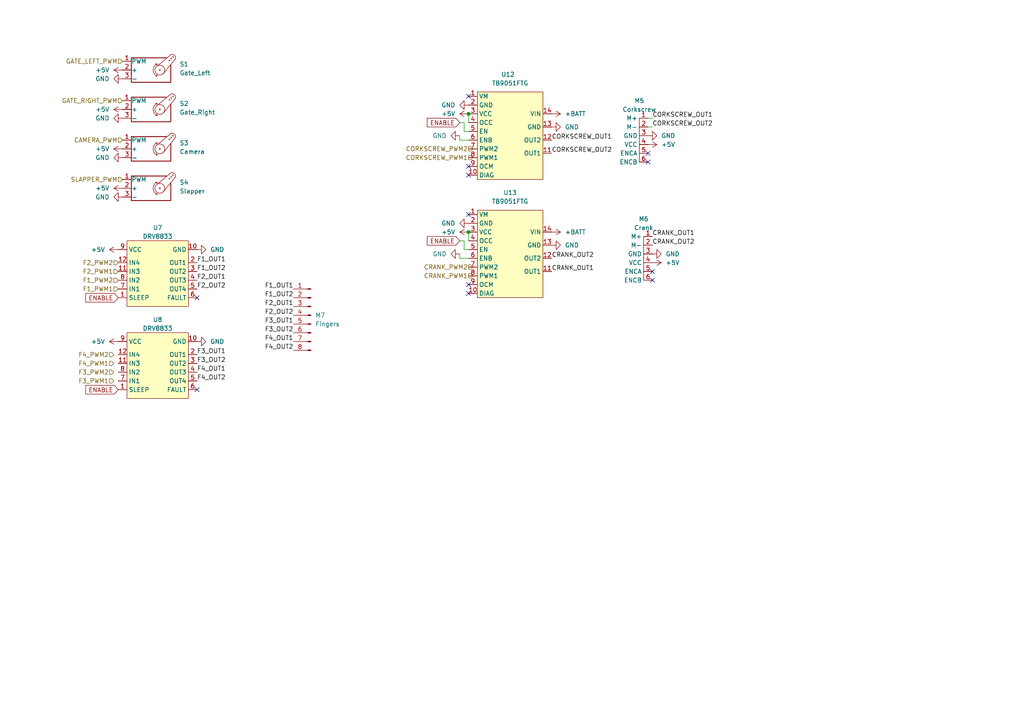
<source format=kicad_sch>
(kicad_sch (version 20250114) (generator "eeschema") (generator_version "9.0")
  (paper "A4")
  (lib_symbols
    (symbol "Connector:Conn_01x08_Pin" (pin_names (offset 1.016) (hide yes))
      (property "Reference" "J" (at 0 10.16 0))
      (property "Value" "Conn_01x08_Pin" (at 0 -12.7 0))
      (symbol "Conn_01x08_Pin_1_1"
        (rectangle (start 0.8636 7.747) (end 0 7.493) (stroke (width 0.1524)) (fill (type outline)))
        (rectangle (start 0.8636 5.207) (end 0 4.953) (stroke (width 0.1524)) (fill (type outline)))
        (rectangle (start 0.8636 2.667) (end 0 2.413) (stroke (width 0.1524)) (fill (type outline)))
        (rectangle (start 0.8636 0.127) (end 0 -0.127) (stroke (width 0.1524)) (fill (type outline)))
        (rectangle (start 0.8636 -2.413) (end 0 -2.667) (stroke (width 0.1524)) (fill (type outline)))
        (rectangle (start 0.8636 -4.953) (end 0 -5.207) (stroke (width 0.1524)) (fill (type outline)))
        (rectangle (start 0.8636 -7.493) (end 0 -7.747) (stroke (width 0.1524)) (fill (type outline)))
        (rectangle (start 0.8636 -10.033) (end 0 -10.287) (stroke (width 0.1524)) (fill (type outline)))
        (polyline (pts (xy 1.27 7.62) (xy 0.8636 7.62)) (stroke (width 0.1524)))
        (polyline (pts (xy 1.27 5.08) (xy 0.8636 5.08)) (stroke (width 0.1524)))
        (polyline (pts (xy 1.27 2.54) (xy 0.8636 2.54)) (stroke (width 0.1524)))
        (polyline (pts (xy 1.27 0) (xy 0.8636 0)) (stroke (width 0.1524)))
        (polyline (pts (xy 1.27 -2.54) (xy 0.8636 -2.54)) (stroke (width 0.1524)))
        (polyline (pts (xy 1.27 -5.08) (xy 0.8636 -5.08)) (stroke (width 0.1524)))
        (polyline (pts (xy 1.27 -7.62) (xy 0.8636 -7.62)) (stroke (width 0.1524)))
        (polyline (pts (xy 1.27 -10.16) (xy 0.8636 -10.16)) (stroke (width 0.1524)))
        (pin passive line (at 5.08 7.62 180) (length 3.81) (name "Pin_1") (number "1"))
        (pin passive line (at 5.08 5.08 180) (length 3.81) (name "Pin_2") (number "2"))
        (pin passive line (at 5.08 2.54 180) (length 3.81) (name "Pin_3") (number "3"))
        (pin passive line (at 5.08 0 180) (length 3.81) (name "Pin_4") (number "4"))
        (pin passive line (at 5.08 -2.54 180) (length 3.81) (name "Pin_5") (number "5"))
        (pin passive line (at 5.08 -5.08 180) (length 3.81) (name "Pin_6") (number "6"))
        (pin passive line (at 5.08 -7.62 180) (length 3.81) (name "Pin_7") (number "7"))
        (pin passive line (at 5.08 -10.16 180) (length 3.81) (name "Pin_8") (number "8"))
      )
    )
    (symbol "Motor:Motor_Servo" (pin_names (offset 0.0254))
      (property "Reference" "M" (at -5.08 4.445 0))
      (property "Value" "Motor_Servo" (at -5.08 -4.064 0))
      (symbol "Motor_Servo_0_1"
        (polyline (pts (xy 2.413 1.778) (xy 1.905 1.778)))
        (polyline (pts (xy 2.413 1.778) (xy 2.286 1.397)))
        (polyline (pts (xy 2.413 -1.778) (xy 2.032 -1.778)))
        (polyline (pts (xy 2.413 -1.778) (xy 2.286 -1.397)))
        (arc (start 2.413 -1.778) (mid 1.2406 0) (end 2.413 1.778))
        (circle (center 3.175 0) (radius 0.1778))
        (circle (center 3.175 0) (radius 1.4224))
        (polyline (pts (xy 5.08 3.556) (xy -5.08 3.556) (xy -5.08 -3.556) (xy 6.35 -3.556) (xy 6.35 1.524)) (stroke (width 0.254)))
        (circle (center 5.969 2.794) (radius 0.127))
        (polyline (pts (xy 6.35 4.445) (xy 2.54 1.27)))
        (circle (center 6.477 3.302) (radius 0.127))
        (arc (start 6.35 4.445) (mid 7.4487 4.2737) (end 7.62 3.175))
        (circle (center 6.985 3.81) (radius 0.127))
        (polyline (pts (xy 7.62 3.175) (xy 4.191 -1.016)))
      )
      (symbol "Motor_Servo_1_1"
        (pin passive line (at -7.62 2.54 0) (length 2.54) (name "PWM") (number "1"))
        (pin passive line (at -7.62 0 0) (length 2.54) (name "+") (number "2"))
        (pin passive line (at -7.62 -2.54 0) (length 2.54) (name "-") (number "3"))
      )
    )
    (symbol "ieee:DRV8833"
      (property "Reference" "U" (at 0 12.192 0))
      (property "Value" "DRV8833" (at 0 10.16 0))
      (symbol "DRV8833_1_1"
        (rectangle (start -8.89 8.89) (end 8.89 -10.16) (fill (type background)))
        (pin power_in line (at -11.43 6.35 0) (length 2.54) (name "VCC") (number "9"))
        (pin input line (at -11.43 2.54 0) (length 2.54) (name "IN4") (number "12"))
        (pin input line (at -11.43 0 0) (length 2.54) (name "IN3") (number "11"))
        (pin input line (at -11.43 -2.54 0) (length 2.54) (name "IN2") (number "8"))
        (pin input line (at -11.43 -5.08 0) (length 2.54) (name "IN1") (number "7"))
        (pin input line (at -11.43 -7.62 0) (length 2.54) (name "SLEEP") (number "1"))
        (pin power_in line (at 11.43 6.35 180) (length 2.54) (name "GND") (number "10"))
        (pin output line (at 11.43 2.54 180) (length 2.54) (name "OUT1") (number "2"))
        (pin output line (at 11.43 0 180) (length 2.54) (name "OUT2") (number "3"))
        (pin output line (at 11.43 -2.54 180) (length 2.54) (name "OUT3") (number "4"))
        (pin output line (at 11.43 -5.08 180) (length 2.54) (name "OUT4") (number "5"))
        (pin open_collector line (at 11.43 -7.62 180) (length 2.54) (name "FAULT") (number "6"))
      )
    )
    (symbol "ieee:Pololu_Gearmotor"
      (property "Reference" "J" (at 0 3.556 0))
      (symbol "Pololu_Gearmotor_0_1"
        (polyline (pts (xy -1.27 0) (xy -1.27 -12.7)))
      )
      (symbol "Pololu_Gearmotor_1_1"
        (pin power_in line (at 1.27 0 180) (length 2.54) (name "M+") (number "1"))
        (pin power_in line (at 1.27 -2.54 180) (length 2.54) (name "M-") (number "2"))
        (pin power_in line (at 1.27 -5.08 180) (length 2.54) (name "GND") (number "3"))
        (pin power_in line (at 1.27 -7.62 180) (length 2.54) (name "VCC") (number "4"))
        (pin output line (at 1.27 -10.16 180) (length 2.54) (name "ENCA") (number "5"))
        (pin output line (at 1.27 -12.7 180) (length 2.54) (name "ENCB") (number "6"))
      )
    )
    (symbol "ieee:TB9051FTG"
      (property "Reference" "U" (at 0 0 0))
      (property "Value" "TB9051FTG" (at 0 0 0))
      (symbol "TB9051FTG_1_1"
        (rectangle (start -8.89 -2.54) (end 10.16 -27.94) (fill (type background)))
        (pin power_out line (at -11.43 -3.81 0) (length 2.54) (name "VM") (number "1"))
        (pin power_in line (at -11.43 -6.35 0) (length 2.54) (name "GND") (number "2"))
        (pin power_in line (at -11.43 -8.89 0) (length 2.54) (name "VCC") (number "3"))
        (pin input line (at -11.43 -11.43 0) (length 2.54) (name "OCC") (number "4"))
        (pin input line (at -11.43 -13.97 0) (length 2.54) (name "EN") (number "5"))
        (pin input line (at -11.43 -16.51 0) (length 2.54) (name "ENB") (number "6"))
        (pin input line (at -11.43 -19.05 0) (length 2.54) (name "PWM2") (number "7"))
        (pin input line (at -11.43 -21.59 0) (length 2.54) (name "PWM1") (number "8"))
        (pin output line (at -11.43 -24.13 0) (length 2.54) (name "OCM") (number "9"))
        (pin open_collector line (at -11.43 -26.67 0) (length 2.54) (name "DIAG") (number "10"))
        (pin power_in line (at 12.7 -8.89 180) (length 2.54) (name "VIN") (number "14"))
        (pin power_in line (at 12.7 -12.7 180) (length 2.54) (name "GND") (number "13"))
        (pin power_out line (at 12.7 -16.51 180) (length 2.54) (name "OUT2") (number "12"))
        (pin power_out line (at 12.7 -20.32 180) (length 2.54) (name "OUT1") (number "11"))
      )
    )
    (symbol "power:+5V" (power) (pin_numbers (hide yes)) (pin_names (offset 0) (hide yes))
      (property "Value" "+5V" (at 0 3.556 0))
      (symbol "+5V_0_1"
        (polyline (pts (xy -0.762 1.27) (xy 0 2.54)))
        (polyline (pts (xy 0 2.54) (xy 0.762 1.27)))
        (polyline (pts (xy 0 0) (xy 0 2.54)))
      )
      (symbol "+5V_1_1"
        (pin power_in line (at 0 0 90) (length 0) (name "~") (number "1"))
      )
    )
    (symbol "power:+BATT" (power) (pin_numbers (hide yes)) (pin_names (offset 0) (hide yes))
      (property "Value" "+BATT" (at 0 3.556 0))
      (symbol "+BATT_0_1"
        (polyline (pts (xy -0.762 1.27) (xy 0 2.54)))
        (polyline (pts (xy 0 2.54) (xy 0.762 1.27)))
        (polyline (pts (xy 0 0) (xy 0 2.54)))
      )
      (symbol "+BATT_1_1"
        (pin power_in line (at 0 0 90) (length 0) (name "~") (number "1"))
      )
    )
    (symbol "power:GND" (power) (pin_numbers (hide yes)) (pin_names (offset 0) (hide yes))
      (property "Value" "GND" (at 0 -3.81 0))
      (symbol "GND_0_1"
        (polyline (pts (xy 0 0) (xy 0 -1.27) (xy 1.27 -1.27) (xy 0 -2.54) (xy -1.27 -1.27) (xy 0 -1.27)))
      )
      (symbol "GND_1_1"
        (pin power_in line (at 0 0 270) (length 0) (name "~") (number "1"))
      )
    )
  )
  (junction (at 135.89 33.02))
  (junction (at 135.89 67.31))
  (no_connect (at 187.96 46.99))
  (no_connect (at 135.89 48.26))
  (no_connect (at 135.89 82.55))
  (no_connect (at 57.15 86.36))
  (no_connect (at 135.89 50.8))
  (no_connect (at 189.23 81.28))
  (no_connect (at 135.89 27.94))
  (no_connect (at 189.23 78.74))
  (no_connect (at 135.89 85.09))
  (no_connect (at 57.15 113.03))
  (no_connect (at 135.89 62.23))
  (no_connect (at 187.96 44.45))
  (wire (pts (xy 133.35 73.66) (xy 133.35 74.93)))
  (wire (pts (xy 133.35 40.64) (xy 135.89 40.64)))
  (wire (pts (xy 189.23 36.83) (xy 187.96 36.83)))
  (wire (pts (xy 134.62 69.85) (xy 134.62 72.39)))
  (wire (pts (xy 135.89 33.02) (xy 135.89 35.56)))
  (wire (pts (xy 134.62 38.1) (xy 135.89 38.1)))
  (wire (pts (xy 133.35 69.85) (xy 134.62 69.85)))
  (wire (pts (xy 134.62 35.56) (xy 134.62 38.1)))
  (wire (pts (xy 133.35 74.93) (xy 135.89 74.93)))
  (wire (pts (xy 133.35 35.56) (xy 134.62 35.56)))
  (wire (pts (xy 133.35 39.37) (xy 133.35 40.64)))
  (wire (pts (xy 134.62 72.39) (xy 135.89 72.39)))
  (wire (pts (xy 135.89 67.31) (xy 135.89 69.85)))
  (wire (pts (xy 189.23 34.29) (xy 187.96 34.29)))
  (label "CRANK_OUT1" (at 160.02 78.74 0))
  (label "F4_OUT1" (at 85.09 99.06 180))
  (label "F4_OUT2" (at 57.15 110.49 0))
  (label "CRANK_OUT2" (at 189.23 71.12 0))
  (label "F3_OUT1" (at 85.09 93.98 180))
  (label "F1_OUT2" (at 57.15 78.74 0))
  (label "F2_OUT1" (at 57.15 81.28 0))
  (label "F4_OUT2" (at 85.09 101.6 180))
  (label "F2_OUT1" (at 85.09 88.9 180))
  (label "F2_OUT2" (at 85.09 91.44 180))
  (label "CORKSCREW_OUT1" (at 189.23 34.29 0))
  (label "F2_OUT2" (at 57.15 83.82 0))
  (label "F1_OUT1" (at 57.15 76.2 0))
  (label "CORKSCREW_OUT2" (at 189.23 36.83 0))
  (label "CRANK_OUT1" (at 189.23 68.58 0))
  (label "F3_OUT1" (at 57.15 102.87 0))
  (label "F3_OUT2" (at 57.15 105.41 0))
  (label "CORKSCREW_OUT2" (at 160.02 44.45 0))
  (label "F1_OUT2" (at 85.09 86.36 180))
  (label "CRANK_OUT2" (at 160.02 74.93 0))
  (label "F3_OUT2" (at 85.09 96.52 180))
  (label "F4_OUT1" (at 57.15 107.95 0))
  (label "CORKSCREW_OUT1" (at 160.02 40.64 0))
  (label "F1_OUT1" (at 85.09 83.82 180))
  (global_label "ENABLE" (shape input) (at 34.29 86.36 180) (property "Intersheetrefs" "${INTERSHEET_REFS}" (effects (hide yes))))
  (global_label "ENABLE" (shape input) (at 133.35 69.85 180) (property "Intersheetrefs" "${INTERSHEET_REFS}" (effects (hide yes))))
  (global_label "ENABLE" (shape input) (at 34.29 113.03 180) (property "Intersheetrefs" "${INTERSHEET_REFS}" (effects (hide yes))))
  (global_label "ENABLE" (shape input) (at 133.35 35.56 180) (property "Intersheetrefs" "${INTERSHEET_REFS}" (effects (hide yes))))
  (hierarchical_label "F1_PWM2" (shape input) (at 34.29 81.28 180))
  (hierarchical_label "CORKSCREW_PWM1" (shape input) (at 137.16 45.72 180))
  (hierarchical_label "GATE_RIGHT_PWM" (shape input) (at 35.56 29.21 180))
  (hierarchical_label "F2_PWM1" (shape input) (at 34.29 78.74 180))
  (hierarchical_label "F4_PWM2" (shape input) (at 33.02 102.87 180))
  (hierarchical_label "F2_PWM2" (shape input) (at 34.29 76.2 180))
  (hierarchical_label "F3_PWM1" (shape input) (at 33.02 110.49 180))
  (hierarchical_label "F4_PWM1" (shape input) (at 33.02 105.41 180))
  (hierarchical_label "CORKSCREW_PWM2" (shape input) (at 137.16 43.18 180))
  (hierarchical_label "CRANK_PWM2" (shape input) (at 137.16 77.47 180))
  (hierarchical_label "CRANK_PWM1" (shape input) (at 137.16 80.01 180))
  (hierarchical_label "SLAPPER_PWM" (shape input) (at 35.56 52.07 180))
  (hierarchical_label "GATE_LEFT_PWM" (shape input) (at 35.56 17.78 180))
  (hierarchical_label "CAMERA_PWM" (shape input) (at 35.56 40.64 180))
  (hierarchical_label "F1_PWM1" (shape input) (at 34.29 83.82 180))
  (hierarchical_label "F3_PWM2" (shape input) (at 33.02 107.95 180))
  (symbol (lib_id "Motor:Motor_Servo") (at 43.18 54.61 0) (unit 1)
    (property "Reference" "S4" (at 52.07 52.9068 0) (effects (justify left)))
    (property "Value" "Slapper" (at 52.07 55.4468 0) (effects (justify left)))
    (property "Footprint" "Connector_PinHeader_2.54mm:PinHeader_1x03_P2.54mm_Vertical" (effects (hide yes)))
    (property "Datasheet" "http://forums.parallax.com/uploads/attachments/46831/74481.png" (effects (hide yes)))
    (property "Description" "Servo Motor (Futaba, HiTec, JR connector)" (effects (hide yes)))
  )
  (symbol (lib_id "power:GND") (at 160.02 71.12 90) (unit 1)
    (property "Reference" "#PWR076" (effects (hide yes)))
    (property "Value" "GND" (at 163.83 71.1199 90) (effects (justify right)))
    (property "Description" "Power symbol creates a global label with name \"GND\" , ground" (effects (hide yes)))
  )
  (symbol (lib_id "power:GND") (at 133.35 73.66 270) (unit 1)
    (property "Reference" "#PWR073" (effects (hide yes)))
    (property "Value" "GND" (at 129.54 73.6599 90) (effects (justify right)))
    (property "Description" "Power symbol creates a global label with name \"GND\" , ground" (effects (hide yes)))
  )
  (symbol (lib_id "power:+5V") (at 187.96 41.91 270) (unit 1)
    (property "Reference" "#PWR040" (effects (hide yes)))
    (property "Value" "+5V" (at 191.77 41.9099 90) (effects (justify left)))
    (property "Description" "Power symbol creates a global label with name \"+5V\"" (effects (hide yes)))
  )
  (symbol (lib_id "power:GND") (at 35.56 45.72 270) (unit 1)
    (property "Reference" "#PWR068" (effects (hide yes)))
    (property "Value" "GND" (at 31.75 45.7199 90) (effects (justify right)))
    (property "Description" "Power symbol creates a global label with name \"GND\" , ground" (effects (hide yes)))
  )
  (symbol (lib_id "Connector:Conn_01x08_Pin") (at 90.17 91.44 0) (mirror y) (unit 1)
    (property "Reference" "M7" (at 91.44 91.4399 0) (effects (justify right)))
    (property "Value" "Fingers" (at 91.44 93.9799 0) (effects (justify right)))
    (property "Footprint" "Connector_PinHeader_2.54mm:PinHeader_1x08_P2.54mm_Vertical" (effects (hide yes)))
    (property "Description" "Generic connector, single row, 01x08, script generated" (effects (hide yes)))
  )
  (symbol (lib_id "power:GND") (at 35.56 57.15 270) (unit 1)
    (property "Reference" "#PWR079" (effects (hide yes)))
    (property "Value" "GND" (at 31.75 57.1499 90) (effects (justify right)))
    (property "Description" "Power symbol creates a global label with name \"GND\" , ground" (effects (hide yes)))
  )
  (symbol (lib_id "power:GND") (at 35.56 34.29 270) (unit 1)
    (property "Reference" "#PWR067" (effects (hide yes)))
    (property "Value" "GND" (at 31.75 34.2899 90) (effects (justify right)))
    (property "Description" "Power symbol creates a global label with name \"GND\" , ground" (effects (hide yes)))
  )
  (symbol (lib_id "Motor:Motor_Servo") (at 43.18 20.32 0) (unit 1)
    (property "Reference" "S1" (at 52.07 18.6168 0) (effects (justify left)))
    (property "Value" "Gate_Left" (at 52.07 21.1568 0) (effects (justify left)))
    (property "Footprint" "Connector_PinHeader_2.54mm:PinHeader_1x03_P2.54mm_Vertical" (effects (hide yes)))
    (property "Datasheet" "http://forums.parallax.com/uploads/attachments/46831/74481.png" (effects (hide yes)))
    (property "Description" "Servo Motor (Futaba, HiTec, JR connector)" (effects (hide yes)))
  )
  (symbol (lib_id "ieee:Pololu_Gearmotor") (at 186.69 34.29 0) (unit 1)
    (property "Reference" "M5" (at 185.42 29.21 0))
    (property "Value" "Corkscrew" (at 185.42 31.75 0))
    (property "Footprint" "Connector_PinHeader_2.54mm:PinHeader_1x06_P2.54mm_Vertical" (effects (hide yes)))
  )
  (symbol (lib_id "power:+5V") (at 34.29 72.39 90) (unit 1)
    (property "Reference" "#PWR046" (effects (hide yes)))
    (property "Value" "+5V" (at 30.48 72.3899 90) (effects (justify left)))
    (property "Description" "Power symbol creates a global label with name \"+5V\"" (effects (hide yes)))
  )
  (symbol (lib_id "power:GND") (at 187.96 39.37 90) (unit 1)
    (property "Reference" "#PWR038" (effects (hide yes)))
    (property "Value" "GND" (at 191.77 39.3699 90) (effects (justify right)))
    (property "Description" "Power symbol creates a global label with name \"GND\" , ground" (effects (hide yes)))
  )
  (symbol (lib_id "power:GND") (at 160.02 36.83 90) (unit 1)
    (property "Reference" "#PWR077" (effects (hide yes)))
    (property "Value" "GND" (at 163.83 36.8299 90) (effects (justify right)))
    (property "Description" "Power symbol creates a global label with name \"GND\" , ground" (effects (hide yes)))
  )
  (symbol (lib_id "power:+5V") (at 135.89 67.31 90) (mirror x) (unit 1)
    (property "Reference" "#PWR071" (effects (hide yes)))
    (property "Value" "+5V" (at 132.08 67.3099 90) (effects (justify left)))
    (property "Description" "Power symbol creates a global label with name \"+5V\"" (effects (hide yes)))
  )
  (symbol (lib_id "power:+5V") (at 34.29 99.06 90) (unit 1)
    (property "Reference" "#PWR047" (effects (hide yes)))
    (property "Value" "+5V" (at 30.48 99.0599 90) (effects (justify left)))
    (property "Description" "Power symbol creates a global label with name \"+5V\"" (effects (hide yes)))
  )
  (symbol (lib_id "Motor:Motor_Servo") (at 43.18 31.75 0) (unit 1)
    (property "Reference" "S2" (at 52.07 30.0468 0) (effects (justify left)))
    (property "Value" "Gate_Right" (at 52.07 32.5868 0) (effects (justify left)))
    (property "Footprint" "Connector_PinHeader_2.54mm:PinHeader_1x03_P2.54mm_Vertical" (effects (hide yes)))
    (property "Datasheet" "http://forums.parallax.com/uploads/attachments/46831/74481.png" (effects (hide yes)))
    (property "Description" "Servo Motor (Futaba, HiTec, JR connector)" (effects (hide yes)))
  )
  (symbol (lib_id "Motor:Motor_Servo") (at 43.18 43.18 0) (unit 1)
    (property "Reference" "S3" (at 52.07 41.4768 0) (effects (justify left)))
    (property "Value" "Camera" (at 52.07 44.0168 0) (effects (justify left)))
    (property "Footprint" "Connector_PinHeader_2.54mm:PinHeader_1x03_P2.54mm_Vertical" (effects (hide yes)))
    (property "Datasheet" "http://forums.parallax.com/uploads/attachments/46831/74481.png" (effects (hide yes)))
    (property "Description" "Servo Motor (Futaba, HiTec, JR connector)" (effects (hide yes)))
  )
  (symbol (lib_id "power:+BATT") (at 160.02 67.31 270) (unit 1)
    (property "Reference" "#PWR075" (effects (hide yes)))
    (property "Value" "+BATT" (at 163.83 67.3099 90) (effects (justify left)))
    (property "Description" "Power symbol creates a global label with name \"+BATT\"" (effects (hide yes)))
  )
  (symbol (lib_id "power:GND") (at 57.15 99.06 90) (unit 1)
    (property "Reference" "#PWR049" (effects (hide yes)))
    (property "Value" "GND" (at 60.96 99.0599 90) (effects (justify right)))
    (property "Description" "Power symbol creates a global label with name \"GND\" , ground" (effects (hide yes)))
  )
  (symbol (lib_id "power:+5V") (at 35.56 43.18 90) (unit 1)
    (property "Reference" "#PWR064" (effects (hide yes)))
    (property "Value" "+5V" (at 31.75 43.1799 90) (effects (justify left)))
    (property "Description" "Power symbol creates a global label with name \"+5V\"" (effects (hide yes)))
  )
  (symbol (lib_id "power:+5V") (at 35.56 54.61 90) (unit 1)
    (property "Reference" "#PWR078" (effects (hide yes)))
    (property "Value" "+5V" (at 31.75 54.6099 90) (effects (justify left)))
    (property "Description" "Power symbol creates a global label with name \"+5V\"" (effects (hide yes)))
  )
  (symbol (lib_id "ieee:Pololu_Gearmotor") (at 187.96 68.58 0) (unit 1)
    (property "Reference" "M6" (at 186.69 63.5 0))
    (property "Value" "Crank" (at 186.69 66.04 0))
    (property "Footprint" "Connector_PinHeader_2.54mm:PinHeader_1x06_P2.54mm_Vertical" (effects (hide yes)))
  )
  (symbol (lib_id "ieee:DRV8833") (at 45.72 105.41 0) (unit 1)
    (property "Reference" "U8" (at 45.72 92.71 0))
    (property "Value" "DRV8833" (at 45.72 95.25 0))
    (property "Footprint" "ieee:DRV8833" (effects (hide yes)))
  )
  (symbol (lib_id "power:GND") (at 57.15 72.39 90) (unit 1)
    (property "Reference" "#PWR048" (effects (hide yes)))
    (property "Value" "GND" (at 60.96 72.3899 90) (effects (justify right)))
    (property "Description" "Power symbol creates a global label with name \"GND\" , ground" (effects (hide yes)))
  )
  (symbol (lib_id "power:+5V") (at 135.89 33.02 90) (mirror x) (unit 1)
    (property "Reference" "#PWR069" (effects (hide yes)))
    (property "Value" "+5V" (at 132.08 33.0199 90) (effects (justify left)))
    (property "Description" "Power symbol creates a global label with name \"+5V\"" (effects (hide yes)))
  )
  (symbol (lib_id "power:+5V") (at 189.23 76.2 270) (unit 1)
    (property "Reference" "#PWR041" (effects (hide yes)))
    (property "Value" "+5V" (at 193.04 76.1999 90) (effects (justify left)))
    (property "Description" "Power symbol creates a global label with name \"+5V\"" (effects (hide yes)))
  )
  (symbol (lib_id "power:+5V") (at 35.56 31.75 90) (unit 1)
    (property "Reference" "#PWR063" (effects (hide yes)))
    (property "Value" "+5V" (at 31.75 31.7499 90) (effects (justify left)))
    (property "Description" "Power symbol creates a global label with name \"+5V\"" (effects (hide yes)))
  )
  (symbol (lib_id "power:GND") (at 135.89 30.48 270) (unit 1)
    (property "Reference" "#PWR065" (effects (hide yes)))
    (property "Value" "GND" (at 132.08 30.4799 90) (effects (justify right)))
    (property "Description" "Power symbol creates a global label with name \"GND\" , ground" (effects (hide yes)))
  )
  (symbol (lib_id "power:GND") (at 35.56 22.86 270) (unit 1)
    (property "Reference" "#PWR066" (effects (hide yes)))
    (property "Value" "GND" (at 31.75 22.8599 90) (effects (justify right)))
    (property "Description" "Power symbol creates a global label with name \"GND\" , ground" (effects (hide yes)))
  )
  (symbol (lib_id "ieee:DRV8833") (at 45.72 78.74 0) (unit 1)
    (property "Reference" "U7" (at 45.72 66.04 0))
    (property "Value" "DRV8833" (at 45.72 68.58 0))
    (property "Footprint" "ieee:DRV8833" (effects (hide yes)))
  )
  (symbol (lib_id "power:+5V") (at 35.56 20.32 90) (unit 1)
    (property "Reference" "#PWR062" (effects (hide yes)))
    (property "Value" "+5V" (at 31.75 20.3199 90) (effects (justify left)))
    (property "Description" "Power symbol creates a global label with name \"+5V\"" (effects (hide yes)))
  )
  (symbol (lib_id "power:GND") (at 135.89 64.77 270) (unit 1)
    (property "Reference" "#PWR070" (effects (hide yes)))
    (property "Value" "GND" (at 132.08 64.7699 90) (effects (justify right)))
    (property "Description" "Power symbol creates a global label with name \"GND\" , ground" (effects (hide yes)))
  )
  (symbol (lib_id "ieee:TB9051FTG") (at 147.32 24.13 0) (unit 1)
    (property "Reference" "U12" (at 147.32 21.59 0))
    (property "Value" "TB9051FTG" (at 147.955 24.13 0))
    (property "Footprint" "ieee:TB9051FTG" (effects (hide yes)))
  )
  (symbol (lib_id "power:GND") (at 133.35 39.37 270) (unit 1)
    (property "Reference" "#PWR072" (effects (hide yes)))
    (property "Value" "GND" (at 129.54 39.3699 90) (effects (justify right)))
    (property "Description" "Power symbol creates a global label with name \"GND\" , ground" (effects (hide yes)))
  )
  (symbol (lib_id "power:GND") (at 189.23 73.66 90) (unit 1)
    (property "Reference" "#PWR039" (effects (hide yes)))
    (property "Value" "GND" (at 193.04 73.6599 90) (effects (justify right)))
    (property "Description" "Power symbol creates a global label with name \"GND\" , ground" (effects (hide yes)))
  )
  (symbol (lib_id "ieee:TB9051FTG") (at 147.32 58.42 0) (unit 1)
    (property "Reference" "U13" (at 147.955 55.88 0))
    (property "Value" "TB9051FTG" (at 147.955 58.42 0))
    (property "Footprint" "ieee:TB9051FTG" (effects (hide yes)))
  )
  (symbol (lib_id "power:+BATT") (at 160.02 33.02 270) (unit 1)
    (property "Reference" "#PWR074" (effects (hide yes)))
    (property "Value" "+BATT" (at 163.83 33.0199 90) (effects (justify left)))
    (property "Description" "Power symbol creates a global label with name \"+BATT\"" (effects (hide yes)))
  )
)
</source>
